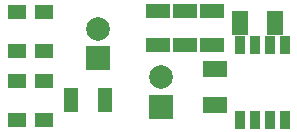
<source format=gbr>
G04 #@! TF.GenerationSoftware,KiCad,Pcbnew,(5.0.0)*
G04 #@! TF.CreationDate,2018-12-12T14:56:24+01:00*
G04 #@! TF.ProjectId,Modelwagonlight,4D6F64656C7761676F6E6C696768742E,rev?*
G04 #@! TF.SameCoordinates,Original*
G04 #@! TF.FileFunction,Soldermask,Top*
G04 #@! TF.FilePolarity,Negative*
%FSLAX46Y46*%
G04 Gerber Fmt 4.6, Leading zero omitted, Abs format (unit mm)*
G04 Created by KiCad (PCBNEW (5.0.0)) date 12/12/18 14:56:24*
%MOMM*%
%LPD*%
G01*
G04 APERTURE LIST*
%ADD10R,0.908000X1.543000*%
%ADD11R,2.000000X2.000000*%
%ADD12C,2.000000*%
%ADD13R,1.300000X2.100000*%
%ADD14R,2.100000X1.300000*%
%ADD15R,1.600000X1.300000*%
%ADD16R,1.400000X2.000000*%
%ADD17R,2.000000X1.400000*%
G04 APERTURE END LIST*
D10*
G04 #@! TO.C,U1*
X210185000Y-114681000D03*
X211455000Y-114681000D03*
X212725000Y-114681000D03*
X213995000Y-114681000D03*
X213995000Y-121031000D03*
X212725000Y-121031000D03*
X211455000Y-121031000D03*
X210185000Y-121031000D03*
G04 #@! TD*
D11*
G04 #@! TO.C,C1*
X198120000Y-115824000D03*
D12*
X198120000Y-113324000D03*
G04 #@! TD*
D11*
G04 #@! TO.C,C2*
X203454000Y-119938800D03*
D12*
X203454000Y-117438800D03*
G04 #@! TD*
D13*
G04 #@! TO.C,R1*
X198755000Y-119354600D03*
X195855000Y-119354600D03*
G04 #@! TD*
D14*
G04 #@! TO.C,R4*
X203200000Y-111834000D03*
X203200000Y-114734000D03*
G04 #@! TD*
G04 #@! TO.C,R5*
X205486000Y-111834000D03*
X205486000Y-114734000D03*
G04 #@! TD*
G04 #@! TO.C,R6*
X207772000Y-111834000D03*
X207772000Y-114734000D03*
G04 #@! TD*
D15*
G04 #@! TO.C,D1*
X193548000Y-121055400D03*
X193548000Y-117755400D03*
G04 #@! TD*
G04 #@! TO.C,D2*
X191262000Y-121055400D03*
X191262000Y-117755400D03*
G04 #@! TD*
G04 #@! TO.C,D3*
X193548000Y-115188000D03*
X193548000Y-111888000D03*
G04 #@! TD*
G04 #@! TO.C,D4*
X191262000Y-115188000D03*
X191262000Y-111888000D03*
G04 #@! TD*
D16*
G04 #@! TO.C,C3*
X210183600Y-112801400D03*
X213183600Y-112801400D03*
G04 #@! TD*
D17*
G04 #@! TO.C,C4*
X208051400Y-119762400D03*
X208051400Y-116762400D03*
G04 #@! TD*
M02*

</source>
